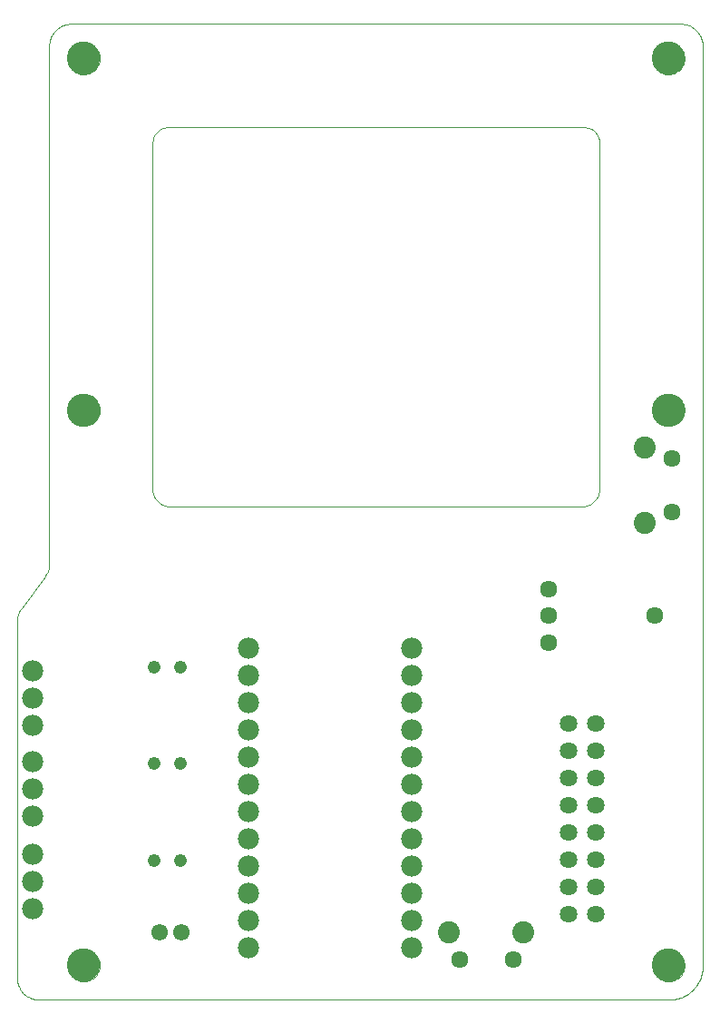
<source format=gts>
G75*
G70*
%OFA0B0*%
%FSLAX24Y24*%
%IPPOS*%
%LPD*%
%AMOC8*
5,1,8,0,0,1.08239X$1,22.5*
%
%ADD10C,0.0000*%
%ADD11C,0.1221*%
%ADD12C,0.0780*%
%ADD13C,0.0808*%
%ADD14C,0.0634*%
%ADD15C,0.0610*%
%ADD16C,0.0642*%
%ADD17C,0.0476*%
D10*
X000150Y000994D02*
X000150Y014117D01*
X000307Y014590D02*
X001174Y015745D01*
X001331Y016217D02*
X001331Y035246D01*
X001332Y035246D02*
X001334Y035300D01*
X001339Y035353D01*
X001348Y035406D01*
X001361Y035458D01*
X001377Y035510D01*
X001397Y035560D01*
X001420Y035608D01*
X001447Y035655D01*
X001476Y035700D01*
X001509Y035743D01*
X001544Y035783D01*
X001582Y035821D01*
X001622Y035856D01*
X001665Y035889D01*
X001710Y035918D01*
X001757Y035945D01*
X001805Y035968D01*
X001855Y035988D01*
X001907Y036004D01*
X001959Y036017D01*
X002012Y036026D01*
X002065Y036031D01*
X002119Y036033D01*
X024559Y036033D01*
X024613Y036031D01*
X024666Y036026D01*
X024719Y036017D01*
X024771Y036004D01*
X024823Y035988D01*
X024873Y035968D01*
X024921Y035945D01*
X024968Y035918D01*
X025013Y035889D01*
X025056Y035856D01*
X025096Y035821D01*
X025134Y035783D01*
X025169Y035743D01*
X025202Y035700D01*
X025231Y035655D01*
X025258Y035608D01*
X025281Y035560D01*
X025301Y035510D01*
X025317Y035458D01*
X025330Y035406D01*
X025339Y035353D01*
X025344Y035300D01*
X025346Y035246D01*
X025347Y035246D02*
X025347Y001494D01*
X025348Y001425D01*
X025345Y001356D01*
X025338Y001287D01*
X025328Y001218D01*
X025313Y001150D01*
X025295Y001084D01*
X025273Y001018D01*
X025248Y000954D01*
X025219Y000891D01*
X025186Y000830D01*
X025150Y000770D01*
X025111Y000713D01*
X025068Y000658D01*
X025023Y000606D01*
X024975Y000556D01*
X024924Y000509D01*
X024870Y000465D01*
X024814Y000425D01*
X024756Y000387D01*
X024696Y000352D01*
X024634Y000321D01*
X024571Y000294D01*
X024506Y000270D01*
X024439Y000250D01*
X024372Y000233D01*
X024304Y000221D01*
X024235Y000212D01*
X024166Y000207D01*
X000937Y000207D01*
X000883Y000209D01*
X000830Y000214D01*
X000777Y000223D01*
X000725Y000236D01*
X000673Y000252D01*
X000623Y000272D01*
X000575Y000295D01*
X000528Y000322D01*
X000483Y000351D01*
X000440Y000384D01*
X000400Y000419D01*
X000362Y000457D01*
X000327Y000497D01*
X000294Y000540D01*
X000265Y000585D01*
X000238Y000632D01*
X000215Y000680D01*
X000195Y000730D01*
X000179Y000782D01*
X000166Y000834D01*
X000157Y000887D01*
X000152Y000940D01*
X000150Y000994D01*
X002000Y001466D02*
X002002Y001514D01*
X002008Y001562D01*
X002018Y001609D01*
X002031Y001655D01*
X002049Y001700D01*
X002069Y001744D01*
X002094Y001786D01*
X002122Y001825D01*
X002152Y001862D01*
X002186Y001896D01*
X002223Y001928D01*
X002261Y001957D01*
X002302Y001982D01*
X002345Y002004D01*
X002390Y002022D01*
X002436Y002036D01*
X002483Y002047D01*
X002531Y002054D01*
X002579Y002057D01*
X002627Y002056D01*
X002675Y002051D01*
X002723Y002042D01*
X002769Y002030D01*
X002814Y002013D01*
X002858Y001993D01*
X002900Y001970D01*
X002940Y001943D01*
X002978Y001913D01*
X003013Y001880D01*
X003045Y001844D01*
X003075Y001806D01*
X003101Y001765D01*
X003123Y001722D01*
X003143Y001678D01*
X003158Y001633D01*
X003170Y001586D01*
X003178Y001538D01*
X003182Y001490D01*
X003182Y001442D01*
X003178Y001394D01*
X003170Y001346D01*
X003158Y001299D01*
X003143Y001254D01*
X003123Y001210D01*
X003101Y001167D01*
X003075Y001126D01*
X003045Y001088D01*
X003013Y001052D01*
X002978Y001019D01*
X002940Y000989D01*
X002900Y000962D01*
X002858Y000939D01*
X002814Y000919D01*
X002769Y000902D01*
X002723Y000890D01*
X002675Y000881D01*
X002627Y000876D01*
X002579Y000875D01*
X002531Y000878D01*
X002483Y000885D01*
X002436Y000896D01*
X002390Y000910D01*
X002345Y000928D01*
X002302Y000950D01*
X002261Y000975D01*
X002223Y001004D01*
X002186Y001036D01*
X002152Y001070D01*
X002122Y001107D01*
X002094Y001146D01*
X002069Y001188D01*
X002049Y001232D01*
X002031Y001277D01*
X002018Y001323D01*
X002008Y001370D01*
X002002Y001418D01*
X002000Y001466D01*
X000150Y014117D02*
X000152Y014168D01*
X000157Y014218D01*
X000165Y014268D01*
X000176Y014317D01*
X000190Y014366D01*
X000208Y014413D01*
X000229Y014460D01*
X000252Y014504D01*
X000278Y014548D01*
X000307Y014589D01*
X001174Y015745D02*
X001203Y015786D01*
X001229Y015830D01*
X001252Y015874D01*
X001273Y015921D01*
X001291Y015968D01*
X001305Y016017D01*
X001316Y016066D01*
X001324Y016116D01*
X001329Y016166D01*
X001331Y016217D01*
X005134Y019104D02*
X005134Y031703D01*
X005135Y031702D02*
X005137Y031746D01*
X005142Y031789D01*
X005151Y031832D01*
X005163Y031874D01*
X005179Y031914D01*
X005198Y031954D01*
X005221Y031991D01*
X005246Y032027D01*
X005274Y032060D01*
X005305Y032091D01*
X005338Y032119D01*
X005374Y032145D01*
X005411Y032167D01*
X005450Y032186D01*
X005491Y032202D01*
X005533Y032215D01*
X005575Y032224D01*
X005619Y032229D01*
X005662Y032231D01*
X005662Y032232D02*
X021016Y032232D01*
X021060Y032230D01*
X021103Y032225D01*
X021146Y032216D01*
X021188Y032203D01*
X021228Y032187D01*
X021268Y032168D01*
X021305Y032146D01*
X021341Y032120D01*
X021374Y032092D01*
X021405Y032061D01*
X021433Y032028D01*
X021459Y031992D01*
X021481Y031955D01*
X021500Y031915D01*
X021516Y031875D01*
X021529Y031833D01*
X021538Y031790D01*
X021543Y031747D01*
X021545Y031703D01*
X021545Y019104D01*
X021016Y018317D02*
X005662Y018317D01*
X005613Y018328D01*
X005566Y018343D01*
X005519Y018362D01*
X005474Y018384D01*
X005431Y018410D01*
X005390Y018438D01*
X005351Y018470D01*
X005314Y018504D01*
X005281Y018541D01*
X005250Y018581D01*
X005222Y018622D01*
X005197Y018666D01*
X005176Y018711D01*
X005158Y018758D01*
X005143Y018806D01*
X005133Y018855D01*
X005126Y018904D01*
X005122Y018954D01*
X005123Y019004D01*
X005127Y019054D01*
X005135Y019104D01*
X002000Y021860D02*
X002002Y021908D01*
X002008Y021956D01*
X002018Y022003D01*
X002031Y022049D01*
X002049Y022094D01*
X002069Y022138D01*
X002094Y022180D01*
X002122Y022219D01*
X002152Y022256D01*
X002186Y022290D01*
X002223Y022322D01*
X002261Y022351D01*
X002302Y022376D01*
X002345Y022398D01*
X002390Y022416D01*
X002436Y022430D01*
X002483Y022441D01*
X002531Y022448D01*
X002579Y022451D01*
X002627Y022450D01*
X002675Y022445D01*
X002723Y022436D01*
X002769Y022424D01*
X002814Y022407D01*
X002858Y022387D01*
X002900Y022364D01*
X002940Y022337D01*
X002978Y022307D01*
X003013Y022274D01*
X003045Y022238D01*
X003075Y022200D01*
X003101Y022159D01*
X003123Y022116D01*
X003143Y022072D01*
X003158Y022027D01*
X003170Y021980D01*
X003178Y021932D01*
X003182Y021884D01*
X003182Y021836D01*
X003178Y021788D01*
X003170Y021740D01*
X003158Y021693D01*
X003143Y021648D01*
X003123Y021604D01*
X003101Y021561D01*
X003075Y021520D01*
X003045Y021482D01*
X003013Y021446D01*
X002978Y021413D01*
X002940Y021383D01*
X002900Y021356D01*
X002858Y021333D01*
X002814Y021313D01*
X002769Y021296D01*
X002723Y021284D01*
X002675Y021275D01*
X002627Y021270D01*
X002579Y021269D01*
X002531Y021272D01*
X002483Y021279D01*
X002436Y021290D01*
X002390Y021304D01*
X002345Y021322D01*
X002302Y021344D01*
X002261Y021369D01*
X002223Y021398D01*
X002186Y021430D01*
X002152Y021464D01*
X002122Y021501D01*
X002094Y021540D01*
X002069Y021582D01*
X002049Y021626D01*
X002031Y021671D01*
X002018Y021717D01*
X002008Y021764D01*
X002002Y021812D01*
X002000Y021860D01*
X002000Y034773D02*
X002002Y034821D01*
X002008Y034869D01*
X002018Y034916D01*
X002031Y034962D01*
X002049Y035007D01*
X002069Y035051D01*
X002094Y035093D01*
X002122Y035132D01*
X002152Y035169D01*
X002186Y035203D01*
X002223Y035235D01*
X002261Y035264D01*
X002302Y035289D01*
X002345Y035311D01*
X002390Y035329D01*
X002436Y035343D01*
X002483Y035354D01*
X002531Y035361D01*
X002579Y035364D01*
X002627Y035363D01*
X002675Y035358D01*
X002723Y035349D01*
X002769Y035337D01*
X002814Y035320D01*
X002858Y035300D01*
X002900Y035277D01*
X002940Y035250D01*
X002978Y035220D01*
X003013Y035187D01*
X003045Y035151D01*
X003075Y035113D01*
X003101Y035072D01*
X003123Y035029D01*
X003143Y034985D01*
X003158Y034940D01*
X003170Y034893D01*
X003178Y034845D01*
X003182Y034797D01*
X003182Y034749D01*
X003178Y034701D01*
X003170Y034653D01*
X003158Y034606D01*
X003143Y034561D01*
X003123Y034517D01*
X003101Y034474D01*
X003075Y034433D01*
X003045Y034395D01*
X003013Y034359D01*
X002978Y034326D01*
X002940Y034296D01*
X002900Y034269D01*
X002858Y034246D01*
X002814Y034226D01*
X002769Y034209D01*
X002723Y034197D01*
X002675Y034188D01*
X002627Y034183D01*
X002579Y034182D01*
X002531Y034185D01*
X002483Y034192D01*
X002436Y034203D01*
X002390Y034217D01*
X002345Y034235D01*
X002302Y034257D01*
X002261Y034282D01*
X002223Y034311D01*
X002186Y034343D01*
X002152Y034377D01*
X002122Y034414D01*
X002094Y034453D01*
X002069Y034495D01*
X002049Y034539D01*
X002031Y034584D01*
X002018Y034630D01*
X002008Y034677D01*
X002002Y034725D01*
X002000Y034773D01*
X021545Y019104D02*
X021553Y019055D01*
X021557Y019005D01*
X021558Y018954D01*
X021554Y018904D01*
X021547Y018855D01*
X021536Y018806D01*
X021522Y018758D01*
X021504Y018711D01*
X021482Y018665D01*
X021458Y018622D01*
X021430Y018580D01*
X021399Y018541D01*
X021365Y018504D01*
X021328Y018469D01*
X021289Y018438D01*
X021248Y018409D01*
X021205Y018384D01*
X021159Y018362D01*
X021113Y018343D01*
X021065Y018328D01*
X021016Y018317D01*
X023496Y021860D02*
X023498Y021908D01*
X023504Y021956D01*
X023514Y022003D01*
X023527Y022049D01*
X023545Y022094D01*
X023565Y022138D01*
X023590Y022180D01*
X023618Y022219D01*
X023648Y022256D01*
X023682Y022290D01*
X023719Y022322D01*
X023757Y022351D01*
X023798Y022376D01*
X023841Y022398D01*
X023886Y022416D01*
X023932Y022430D01*
X023979Y022441D01*
X024027Y022448D01*
X024075Y022451D01*
X024123Y022450D01*
X024171Y022445D01*
X024219Y022436D01*
X024265Y022424D01*
X024310Y022407D01*
X024354Y022387D01*
X024396Y022364D01*
X024436Y022337D01*
X024474Y022307D01*
X024509Y022274D01*
X024541Y022238D01*
X024571Y022200D01*
X024597Y022159D01*
X024619Y022116D01*
X024639Y022072D01*
X024654Y022027D01*
X024666Y021980D01*
X024674Y021932D01*
X024678Y021884D01*
X024678Y021836D01*
X024674Y021788D01*
X024666Y021740D01*
X024654Y021693D01*
X024639Y021648D01*
X024619Y021604D01*
X024597Y021561D01*
X024571Y021520D01*
X024541Y021482D01*
X024509Y021446D01*
X024474Y021413D01*
X024436Y021383D01*
X024396Y021356D01*
X024354Y021333D01*
X024310Y021313D01*
X024265Y021296D01*
X024219Y021284D01*
X024171Y021275D01*
X024123Y021270D01*
X024075Y021269D01*
X024027Y021272D01*
X023979Y021279D01*
X023932Y021290D01*
X023886Y021304D01*
X023841Y021322D01*
X023798Y021344D01*
X023757Y021369D01*
X023719Y021398D01*
X023682Y021430D01*
X023648Y021464D01*
X023618Y021501D01*
X023590Y021540D01*
X023565Y021582D01*
X023545Y021626D01*
X023527Y021671D01*
X023514Y021717D01*
X023504Y021764D01*
X023498Y021812D01*
X023496Y021860D01*
X023496Y034773D02*
X023498Y034821D01*
X023504Y034869D01*
X023514Y034916D01*
X023527Y034962D01*
X023545Y035007D01*
X023565Y035051D01*
X023590Y035093D01*
X023618Y035132D01*
X023648Y035169D01*
X023682Y035203D01*
X023719Y035235D01*
X023757Y035264D01*
X023798Y035289D01*
X023841Y035311D01*
X023886Y035329D01*
X023932Y035343D01*
X023979Y035354D01*
X024027Y035361D01*
X024075Y035364D01*
X024123Y035363D01*
X024171Y035358D01*
X024219Y035349D01*
X024265Y035337D01*
X024310Y035320D01*
X024354Y035300D01*
X024396Y035277D01*
X024436Y035250D01*
X024474Y035220D01*
X024509Y035187D01*
X024541Y035151D01*
X024571Y035113D01*
X024597Y035072D01*
X024619Y035029D01*
X024639Y034985D01*
X024654Y034940D01*
X024666Y034893D01*
X024674Y034845D01*
X024678Y034797D01*
X024678Y034749D01*
X024674Y034701D01*
X024666Y034653D01*
X024654Y034606D01*
X024639Y034561D01*
X024619Y034517D01*
X024597Y034474D01*
X024571Y034433D01*
X024541Y034395D01*
X024509Y034359D01*
X024474Y034326D01*
X024436Y034296D01*
X024396Y034269D01*
X024354Y034246D01*
X024310Y034226D01*
X024265Y034209D01*
X024219Y034197D01*
X024171Y034188D01*
X024123Y034183D01*
X024075Y034182D01*
X024027Y034185D01*
X023979Y034192D01*
X023932Y034203D01*
X023886Y034217D01*
X023841Y034235D01*
X023798Y034257D01*
X023757Y034282D01*
X023719Y034311D01*
X023682Y034343D01*
X023648Y034377D01*
X023618Y034414D01*
X023590Y034453D01*
X023565Y034495D01*
X023545Y034539D01*
X023527Y034584D01*
X023514Y034630D01*
X023504Y034677D01*
X023498Y034725D01*
X023496Y034773D01*
X023496Y001466D02*
X023498Y001514D01*
X023504Y001562D01*
X023514Y001609D01*
X023527Y001655D01*
X023545Y001700D01*
X023565Y001744D01*
X023590Y001786D01*
X023618Y001825D01*
X023648Y001862D01*
X023682Y001896D01*
X023719Y001928D01*
X023757Y001957D01*
X023798Y001982D01*
X023841Y002004D01*
X023886Y002022D01*
X023932Y002036D01*
X023979Y002047D01*
X024027Y002054D01*
X024075Y002057D01*
X024123Y002056D01*
X024171Y002051D01*
X024219Y002042D01*
X024265Y002030D01*
X024310Y002013D01*
X024354Y001993D01*
X024396Y001970D01*
X024436Y001943D01*
X024474Y001913D01*
X024509Y001880D01*
X024541Y001844D01*
X024571Y001806D01*
X024597Y001765D01*
X024619Y001722D01*
X024639Y001678D01*
X024654Y001633D01*
X024666Y001586D01*
X024674Y001538D01*
X024678Y001490D01*
X024678Y001442D01*
X024674Y001394D01*
X024666Y001346D01*
X024654Y001299D01*
X024639Y001254D01*
X024619Y001210D01*
X024597Y001167D01*
X024571Y001126D01*
X024541Y001088D01*
X024509Y001052D01*
X024474Y001019D01*
X024436Y000989D01*
X024396Y000962D01*
X024354Y000939D01*
X024310Y000919D01*
X024265Y000902D01*
X024219Y000890D01*
X024171Y000881D01*
X024123Y000876D01*
X024075Y000875D01*
X024027Y000878D01*
X023979Y000885D01*
X023932Y000896D01*
X023886Y000910D01*
X023841Y000928D01*
X023798Y000950D01*
X023757Y000975D01*
X023719Y001004D01*
X023682Y001036D01*
X023648Y001070D01*
X023618Y001107D01*
X023590Y001146D01*
X023565Y001188D01*
X023545Y001232D01*
X023527Y001277D01*
X023514Y001323D01*
X023504Y001370D01*
X023498Y001418D01*
X023496Y001466D01*
D11*
X024087Y001466D03*
X024087Y021860D03*
X024087Y034773D03*
X002591Y034773D03*
X002591Y021860D03*
X002591Y001466D03*
D12*
X000713Y003545D03*
X000713Y004545D03*
X000713Y005545D03*
X000713Y006935D03*
X000713Y007935D03*
X000713Y008935D03*
X000713Y010285D03*
X000713Y011285D03*
X000713Y012285D03*
X008650Y012100D03*
X008650Y011100D03*
X008650Y010100D03*
X008650Y009100D03*
X008650Y008100D03*
X008650Y007100D03*
X008650Y006100D03*
X008650Y005100D03*
X008650Y004100D03*
X008650Y003100D03*
X008650Y002100D03*
X014650Y002100D03*
X014650Y003100D03*
X014650Y004100D03*
X014650Y005100D03*
X014650Y006100D03*
X014650Y007100D03*
X014650Y008100D03*
X014650Y009100D03*
X014650Y010100D03*
X014650Y011100D03*
X014650Y012100D03*
X014650Y013100D03*
X008650Y013100D03*
D13*
X016012Y002663D03*
X018768Y002663D03*
X023225Y017714D03*
X023225Y020470D03*
D14*
X024209Y020077D03*
X024209Y018108D03*
X023575Y014301D03*
X019678Y014301D03*
X019678Y013317D03*
X019678Y015285D03*
X018374Y001679D03*
X016406Y001679D03*
D15*
X006174Y002687D03*
X005386Y002687D03*
D16*
X020410Y003356D03*
X020410Y004356D03*
X020410Y005356D03*
X020410Y006356D03*
X020410Y007356D03*
X020410Y008356D03*
X020410Y009356D03*
X020410Y010356D03*
X021410Y010356D03*
X021410Y009356D03*
X021410Y008356D03*
X021410Y007356D03*
X021410Y006356D03*
X021410Y005356D03*
X021410Y004356D03*
X021410Y003356D03*
D17*
X006154Y005325D03*
X005170Y005325D03*
X005170Y008868D03*
X006154Y008868D03*
X006154Y012411D03*
X005170Y012411D03*
M02*

</source>
